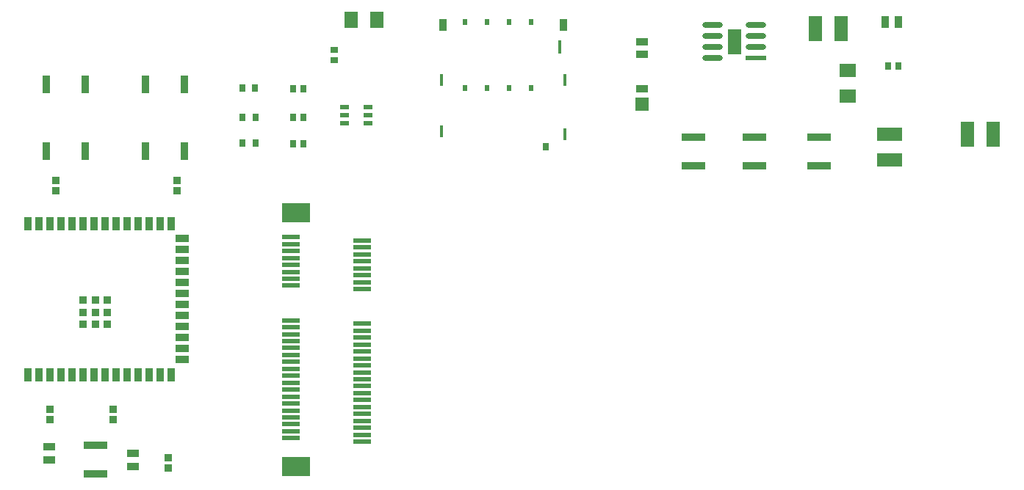
<source format=gtp>
G04*
G04 #@! TF.GenerationSoftware,Altium Limited,Altium Designer,24.8.2 (39)*
G04*
G04 Layer_Color=8421504*
%FSLAX44Y44*%
%MOMM*%
G71*
G04*
G04 #@! TF.SameCoordinates,C4C63D13-D3AA-445C-89B5-11D78E456874*
G04*
G04*
G04 #@! TF.FilePolarity,Positive*
G04*
G01*
G75*
%ADD17R,1.3355X2.1355*%
%ADD18R,1.5562X1.5544*%
%ADD19R,1.3500X0.9500*%
%ADD20R,0.6000X0.8000*%
%ADD21R,0.8000X0.8500*%
%ADD22R,0.4200X1.4000*%
%ADD23R,0.8700X1.4000*%
%ADD24R,0.4000X1.5000*%
%ADD25R,0.6500X0.9000*%
%ADD26R,0.7500X0.9000*%
%ADD27R,1.6038X2.8550*%
%ADD28R,0.9000X0.7500*%
%ADD29R,1.6038X1.8582*%
%ADD30R,0.9779X0.6096*%
%ADD31R,2.8550X1.6038*%
%ADD32R,0.8890X1.4986*%
%ADD33R,1.4986X0.8890*%
%ADD34R,0.8890X0.8890*%
%ADD35R,0.8582X0.8061*%
%ADD36R,2.0000X0.6000*%
%ADD37R,3.2000X2.3000*%
%ADD38R,2.8042X0.9531*%
%ADD39R,0.9500X1.3500*%
%ADD40R,1.9000X1.5000*%
%ADD41R,0.8636X2.0066*%
G04:AMPARAMS|DCode=42|XSize=2.3531mm|YSize=0.6221mm|CornerRadius=0.3111mm|HoleSize=0mm|Usage=FLASHONLY|Rotation=180.000|XOffset=0mm|YOffset=0mm|HoleType=Round|Shape=RoundedRectangle|*
%AMROUNDEDRECTD42*
21,1,2.3531,0.0000,0,0,180.0*
21,1,1.7310,0.6221,0,0,180.0*
1,1,0.6221,-0.8655,0.0000*
1,1,0.6221,0.8655,0.0000*
1,1,0.6221,0.8655,0.0000*
1,1,0.6221,-0.8655,0.0000*
%
%ADD42ROUNDEDRECTD42*%
%ADD43R,2.3531X0.6221*%
D17*
X826770Y534670D02*
D03*
D18*
X720090Y462542D02*
D03*
D19*
Y480060D02*
D03*
X36830Y67190D02*
D03*
Y52190D02*
D03*
X133350Y59570D02*
D03*
Y44570D02*
D03*
X720090Y534670D02*
D03*
Y519670D02*
D03*
D20*
X592470Y480640D02*
D03*
X567070D02*
D03*
X541670D02*
D03*
X516270D02*
D03*
X592470Y556840D02*
D03*
X567070D02*
D03*
X541670D02*
D03*
X516270D02*
D03*
D21*
X609870Y413640D02*
D03*
D22*
X631270Y427440D02*
D03*
Y490040D02*
D03*
X488970D02*
D03*
Y431440D02*
D03*
D23*
X490570Y553540D02*
D03*
X629570D02*
D03*
D24*
X625470Y528840D02*
D03*
D25*
X274690Y417830D02*
D03*
X260190D02*
D03*
X259820Y481330D02*
D03*
X274320D02*
D03*
X260190Y447185D02*
D03*
X274690D02*
D03*
D26*
X330470Y447200D02*
D03*
X318470D02*
D03*
Y416560D02*
D03*
X330470D02*
D03*
X318470Y480060D02*
D03*
X330470D02*
D03*
X1015650Y506730D02*
D03*
X1003650D02*
D03*
D27*
X1095224Y427990D02*
D03*
X1124736D02*
D03*
X919964Y549910D02*
D03*
X949476D02*
D03*
X826770Y534670D02*
D03*
D28*
X365760Y513430D02*
D03*
Y525430D02*
D03*
D29*
X385294Y560070D02*
D03*
X414806D02*
D03*
D30*
X377508Y449580D02*
D03*
X404813Y459080D02*
D03*
Y449580D02*
D03*
Y440080D02*
D03*
X377508D02*
D03*
Y459080D02*
D03*
D31*
X1005840Y427506D02*
D03*
Y397994D02*
D03*
D32*
X38370Y149720D02*
D03*
X51070D02*
D03*
X63770D02*
D03*
X76470D02*
D03*
X89170D02*
D03*
X101870D02*
D03*
X114570D02*
D03*
X127270D02*
D03*
X139970D02*
D03*
X152670D02*
D03*
X165370D02*
D03*
X178070D02*
D03*
Y324720D02*
D03*
X165370D02*
D03*
X152670D02*
D03*
X139970D02*
D03*
X127270D02*
D03*
X114570D02*
D03*
X101870D02*
D03*
X89170D02*
D03*
X76470D02*
D03*
X63770D02*
D03*
X51070D02*
D03*
X38370D02*
D03*
X25670D02*
D03*
Y149720D02*
D03*
X12970D02*
D03*
Y324720D02*
D03*
D33*
X190570Y167370D02*
D03*
Y180070D02*
D03*
Y192770D02*
D03*
Y205470D02*
D03*
Y218170D02*
D03*
Y230870D02*
D03*
Y243570D02*
D03*
Y256270D02*
D03*
Y268970D02*
D03*
Y281670D02*
D03*
Y294370D02*
D03*
Y307070D02*
D03*
D34*
X76170Y208220D02*
D03*
X90170Y222220D02*
D03*
X76170D02*
D03*
X90170Y208220D02*
D03*
X76170Y236220D02*
D03*
X90170D02*
D03*
X104170Y208220D02*
D03*
Y236220D02*
D03*
Y222220D02*
D03*
D35*
X38100Y110151D02*
D03*
Y98129D02*
D03*
X173990Y42249D02*
D03*
Y54271D02*
D03*
X110490Y98129D02*
D03*
Y110151D02*
D03*
X44450Y362289D02*
D03*
Y374311D02*
D03*
X184150Y362289D02*
D03*
Y374311D02*
D03*
D36*
X397510Y208920D02*
D03*
Y144920D02*
D03*
Y176920D02*
D03*
Y296920D02*
D03*
Y120920D02*
D03*
Y80920D02*
D03*
X315510Y276920D02*
D03*
Y252920D02*
D03*
Y196920D02*
D03*
Y140920D02*
D03*
Y172920D02*
D03*
Y164920D02*
D03*
Y108920D02*
D03*
Y132920D02*
D03*
X397510Y304920D02*
D03*
Y72920D02*
D03*
X315510Y116920D02*
D03*
Y124920D02*
D03*
Y212920D02*
D03*
Y260920D02*
D03*
Y268920D02*
D03*
Y284920D02*
D03*
Y292920D02*
D03*
Y300920D02*
D03*
Y308920D02*
D03*
Y204920D02*
D03*
Y188920D02*
D03*
Y180920D02*
D03*
Y156920D02*
D03*
Y148920D02*
D03*
Y100920D02*
D03*
Y92920D02*
D03*
Y84920D02*
D03*
Y76920D02*
D03*
X397510Y88920D02*
D03*
Y96920D02*
D03*
Y104920D02*
D03*
Y112920D02*
D03*
Y128920D02*
D03*
Y136920D02*
D03*
Y152920D02*
D03*
Y160920D02*
D03*
Y168920D02*
D03*
Y184920D02*
D03*
Y192920D02*
D03*
Y200920D02*
D03*
Y288920D02*
D03*
Y280920D02*
D03*
Y272920D02*
D03*
Y264920D02*
D03*
Y256920D02*
D03*
Y248920D02*
D03*
D37*
X321510Y337420D02*
D03*
Y44420D02*
D03*
D38*
X90170Y68820D02*
D03*
Y35320D02*
D03*
X924560Y390920D02*
D03*
Y424420D02*
D03*
X779780Y390920D02*
D03*
Y424420D02*
D03*
X849630Y390920D02*
D03*
Y424420D02*
D03*
D39*
X1015880Y557530D02*
D03*
X1000880D02*
D03*
D40*
X957580Y471410D02*
D03*
Y501410D02*
D03*
D41*
X147680Y485521D02*
D03*
X192680D02*
D03*
Y408559D02*
D03*
X147680D02*
D03*
X78380D02*
D03*
X33380D02*
D03*
Y485521D02*
D03*
X78380D02*
D03*
D42*
X851535Y528320D02*
D03*
Y541020D02*
D03*
Y553720D02*
D03*
X802004D02*
D03*
Y541020D02*
D03*
Y528320D02*
D03*
Y515620D02*
D03*
D43*
X851535D02*
D03*
M02*

</source>
